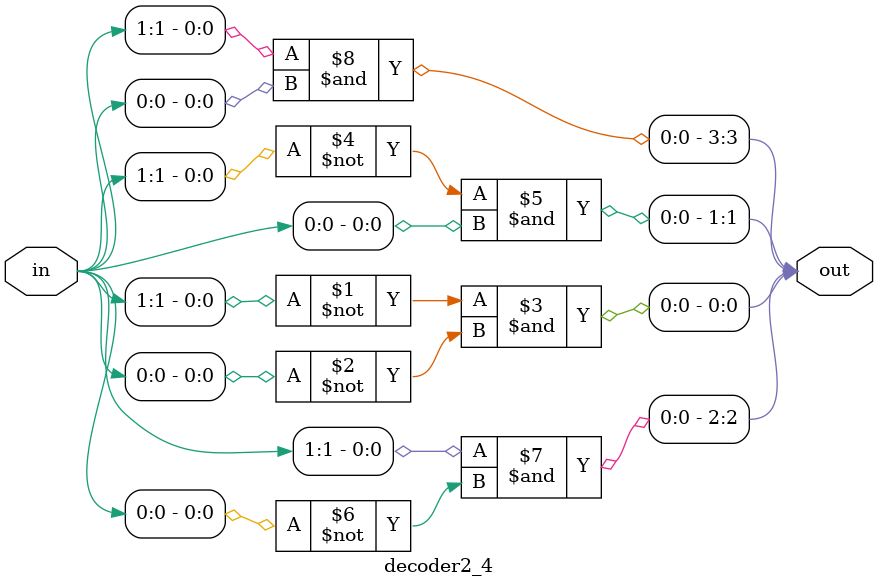
<source format=v>
module decoder2_4(in, out);
	input [1:0] in;
	output [3:0] out;

	assign out[0] = (~in[1]) & (~in[0]);
	assign out[1] = (~in[1]) & in[0];
	assign out[2] = in[1] & (~in[0]);
	assign out[3] = in[1] & in[0];

endmodule

</source>
